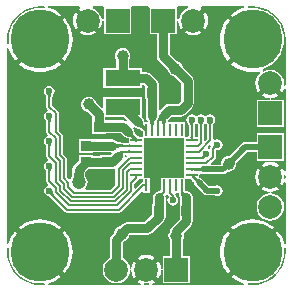
<source format=gtl>
G04 Layer_Physical_Order=1*
G04 Layer_Color=255*
%FSLAX44Y44*%
%MOMM*%
G71*
G01*
G75*
%ADD10R,3.1500X3.1500*%
%ADD11R,0.2500X1.0000*%
%ADD12R,1.0000X0.2500*%
%ADD13R,3.0000X1.4000*%
%ADD14R,0.8500X0.8500*%
%ADD15C,1.0000*%
%ADD16R,0.8500X0.8500*%
%ADD17C,0.7500*%
%ADD18C,0.2000*%
%ADD19C,0.5000*%
%ADD20C,0.2500*%
%ADD21R,2.0000X2.0000*%
%ADD22C,2.0000*%
%ADD23C,5.0000*%
%ADD24R,2.0000X2.0000*%
%ADD25C,0.6000*%
%ADD26C,1.2000*%
G36*
X106531Y113780D02*
X106510Y113822D01*
X106451Y113860D01*
X106350Y113892D01*
X106210Y113921D01*
X106031Y113945D01*
X105550Y113980D01*
X104530Y114000D01*
Y116000D01*
X104910Y116002D01*
X106210Y116079D01*
X106350Y116108D01*
X106451Y116140D01*
X106510Y116178D01*
X106531Y116220D01*
Y113780D01*
D02*
G37*
G36*
X179970Y118000D02*
X179667Y117993D01*
X179376Y117966D01*
X179095Y117918D01*
X178825Y117851D01*
X178566Y117763D01*
X178318Y117655D01*
X178081Y117526D01*
X177854Y117378D01*
X177639Y117209D01*
X177434Y117020D01*
X176020Y118434D01*
X176209Y118639D01*
X176378Y118854D01*
X176526Y119081D01*
X176655Y119318D01*
X176763Y119566D01*
X176851Y119825D01*
X176918Y120095D01*
X176966Y120376D01*
X176993Y120667D01*
X177000Y120970D01*
X179970Y118000D01*
D02*
G37*
G36*
X94033Y122339D02*
X94518Y122058D01*
X95107Y121810D01*
X95799Y121595D01*
X96594Y121413D01*
X97492Y121264D01*
X99597Y121066D01*
X100804Y121017D01*
X102114Y121000D01*
Y119000D01*
X100804Y118983D01*
X97492Y118735D01*
X96594Y118587D01*
X95799Y118405D01*
X95107Y118190D01*
X94518Y117942D01*
X94033Y117661D01*
X93650Y117347D01*
Y122653D01*
X94033Y122339D01*
D02*
G37*
G36*
X170168Y110118D02*
X170065Y110135D01*
X169952Y110130D01*
X169829Y110103D01*
X169697Y110054D01*
X169556Y109983D01*
X169405Y109889D01*
X169245Y109773D01*
X169075Y109635D01*
X168707Y109293D01*
X167293Y110707D01*
X167475Y110896D01*
X167773Y111245D01*
X167889Y111405D01*
X167983Y111556D01*
X168054Y111697D01*
X168103Y111829D01*
X168130Y111952D01*
X168135Y112065D01*
X168118Y112168D01*
X170168Y110118D01*
D02*
G37*
G36*
X103502Y111151D02*
X102646Y110294D01*
X101454Y110898D01*
X101531Y111397D01*
X101707Y112295D01*
X101740Y112421D01*
X102976D01*
X103502Y111151D01*
D02*
G37*
G36*
X100707Y114293D02*
X100600Y114158D01*
X100495Y113968D01*
X100392Y113724D01*
X100290Y113425D01*
X100091Y112663D01*
X99900Y111683D01*
X99714Y110484D01*
X95484Y114714D01*
X96110Y114806D01*
X98425Y115290D01*
X98724Y115392D01*
X98968Y115495D01*
X99158Y115600D01*
X99293Y115707D01*
X100707Y114293D01*
D02*
G37*
G36*
X108309Y131736D02*
X108453Y131220D01*
X108673Y130670D01*
X108972Y130086D01*
X109347Y129470D01*
X109800Y128819D01*
X110937Y127418D01*
X111034Y127312D01*
X111354Y127070D01*
X111709Y126836D01*
X112064Y126639D01*
X112416Y126477D01*
X112768Y126351D01*
X113119Y126261D01*
X113468Y126207D01*
X113816Y126189D01*
X112087D01*
X112384Y125884D01*
X110616Y124116D01*
X109832Y124878D01*
X108284Y126189D01*
X106745D01*
X107069Y126207D01*
X107320Y126261D01*
X107500Y126351D01*
X107608Y126477D01*
X107644Y126639D01*
X107626Y126739D01*
X107030Y127153D01*
X106414Y127528D01*
X105830Y127826D01*
X105280Y128047D01*
X104764Y128190D01*
X104281Y128256D01*
X108244Y132219D01*
X108309Y131736D01*
D02*
G37*
G36*
X170500Y138637D02*
X170871Y138537D01*
X170982Y138403D01*
X171074Y138274D01*
X171149Y138149D01*
X171209Y138027D01*
X171257Y137905D01*
X171294Y137781D01*
X171320Y137653D01*
X171337Y137517D01*
X171345Y137306D01*
X171420Y137143D01*
Y125826D01*
X170003Y124409D01*
X168830Y124895D01*
Y137143D01*
X168905Y137306D01*
X168913Y137517D01*
X168930Y137653D01*
X168956Y137781D01*
X168993Y137905D01*
X169041Y138027D01*
X169101Y138149D01*
X169176Y138274D01*
X169268Y138403D01*
X169379Y138537D01*
X169750Y138637D01*
X170500Y138637D01*
D02*
G37*
G36*
X159510Y127834D02*
X159540Y127488D01*
X159590Y127184D01*
X159660Y126920D01*
X159750Y126697D01*
X159860Y126514D01*
X159990Y126372D01*
X160140Y126270D01*
X160310Y126209D01*
X160500Y126189D01*
X156500D01*
X156690Y126209D01*
X156860Y126270D01*
X157010Y126372D01*
X157140Y126514D01*
X157250Y126697D01*
X157340Y126920D01*
X157410Y127184D01*
X157460Y127488D01*
X157490Y127834D01*
X157500Y128219D01*
X159500D01*
X159510Y127834D01*
D02*
G37*
G36*
X174889Y120203D02*
X174953Y119721D01*
X174947Y119713D01*
X174804Y119558D01*
X174742Y119390D01*
X174706Y119354D01*
X174147Y118517D01*
X174112Y118341D01*
X172901Y117626D01*
X172360Y117796D01*
X172007Y119117D01*
X173458Y120568D01*
X174180Y120602D01*
X174889Y120203D01*
D02*
G37*
G36*
X106531Y118780D02*
X106510Y118822D01*
X106451Y118860D01*
X106350Y118892D01*
X106210Y118921D01*
X106031Y118945D01*
X105550Y118980D01*
X104530Y119000D01*
Y121000D01*
X104910Y121002D01*
X106210Y121079D01*
X106350Y121108D01*
X106451Y121140D01*
X106510Y121178D01*
X106531Y121220D01*
Y118780D01*
D02*
G37*
G36*
X39891Y121639D02*
X39704Y121413D01*
X39539Y121181D01*
X39396Y120942D01*
X39275Y120697D01*
X39176Y120445D01*
X39099Y120187D01*
X39044Y119922D01*
X39011Y119650D01*
X39000Y119372D01*
X37000D01*
X36989Y119650D01*
X36956Y119922D01*
X36901Y120187D01*
X36824Y120445D01*
X36725Y120697D01*
X36604Y120942D01*
X36461Y121181D01*
X36296Y121413D01*
X36109Y121639D01*
X35900Y121858D01*
X40100D01*
X39891Y121639D01*
D02*
G37*
G36*
X150842Y80850D02*
X151032Y80745D01*
X151276Y80642D01*
X151575Y80540D01*
X152337Y80342D01*
X153317Y80149D01*
X154516Y79964D01*
X150286Y75733D01*
X150194Y76361D01*
X149710Y78675D01*
X149608Y78974D01*
X149505Y79218D01*
X149400Y79408D01*
X149293Y79543D01*
X150707Y80957D01*
X150842Y80850D01*
D02*
G37*
G36*
X40857Y81003D02*
X40829Y80732D01*
X40828Y80469D01*
X40856Y80214D01*
X40911Y79966D01*
X40994Y79725D01*
X41104Y79492D01*
X41242Y79266D01*
X41408Y79047D01*
X41602Y78836D01*
X39830Y77779D01*
X39635Y77962D01*
X39428Y78134D01*
X39209Y78293D01*
X38978Y78440D01*
X38735Y78576D01*
X38479Y78699D01*
X38212Y78811D01*
X37933Y78910D01*
X37339Y79074D01*
X40912Y81280D01*
X40857Y81003D01*
D02*
G37*
G36*
X81220Y100220D02*
X92780D01*
X92780Y100220D01*
X93950Y99980D01*
Y86599D01*
X89931Y82579D01*
X68644D01*
X68289Y83849D01*
X69331Y85207D01*
X70089Y87039D01*
X70348Y89004D01*
X70089Y90970D01*
X69331Y92802D01*
X68394Y94022D01*
X68394Y94051D01*
X68359Y94135D01*
X68338Y94211D01*
X68311Y94349D01*
X68163Y96666D01*
X68159Y97299D01*
X68137Y97353D01*
Y97525D01*
X70833Y100221D01*
X74779D01*
Y100617D01*
X81220D01*
Y100220D01*
D02*
G37*
G36*
X3677Y33679D02*
X3388Y30000D01*
X3716Y25837D01*
X4690Y21776D01*
X6288Y17918D01*
X8470Y14358D01*
X11182Y11182D01*
X14358Y8470D01*
X17918Y6288D01*
X21776Y4690D01*
X25837Y3716D01*
X30000Y3388D01*
X33679Y3677D01*
X34245Y2768D01*
X33842Y2070D01*
X30000D01*
Y2071D01*
X25631Y2415D01*
X21369Y3438D01*
X17320Y5115D01*
X13584Y7405D01*
X10251Y10251D01*
X7405Y13584D01*
X5115Y17320D01*
X3438Y21369D01*
X2415Y25631D01*
X2071Y30000D01*
X2070D01*
Y33842D01*
X2768Y34245D01*
X3677Y33679D01*
D02*
G37*
G36*
X120000Y3370D02*
X121817Y3610D01*
X122032Y3502D01*
X122078Y3258D01*
X121094Y2070D01*
X118906D01*
X117922Y3258D01*
X117968Y3502D01*
X118183Y3610D01*
X120000Y3370D01*
D02*
G37*
G36*
X237930Y33842D02*
Y30000D01*
X237929D01*
X237585Y25631D01*
X236562Y21369D01*
X234885Y17320D01*
X232595Y13584D01*
X229749Y10251D01*
X226416Y7405D01*
X222680Y5115D01*
X218631Y3438D01*
X214369Y2415D01*
X210000Y2071D01*
Y2070D01*
X206158D01*
X205755Y2768D01*
X206321Y3677D01*
X210000Y3388D01*
X214163Y3716D01*
X218224Y4690D01*
X222082Y6288D01*
X225642Y8470D01*
X228818Y11182D01*
X231530Y14358D01*
X233711Y17918D01*
X235310Y21776D01*
X236284Y25837D01*
X236612Y30000D01*
X236322Y33679D01*
X237232Y34245D01*
X237930Y33842D01*
D02*
G37*
G36*
X66508Y96608D02*
X66665Y94141D01*
X66724Y93834D01*
X66791Y93590D01*
X66868Y93409D01*
X66953Y93289D01*
X58553D01*
X58639Y93409D01*
X58715Y93590D01*
X58783Y93834D01*
X58841Y94141D01*
X58891Y94509D01*
X58963Y95434D01*
X59003Y97288D01*
X66503D01*
X66508Y96608D01*
D02*
G37*
G36*
X166233Y98231D02*
X166040Y98377D01*
X165766Y98508D01*
X165413Y98623D01*
X164980Y98723D01*
X164467Y98808D01*
X163203Y98931D01*
X161620Y98992D01*
X160709Y99000D01*
Y101000D01*
X161620Y101008D01*
X164467Y101192D01*
X164980Y101277D01*
X165413Y101377D01*
X165766Y101492D01*
X166040Y101623D01*
X166233Y101769D01*
Y98231D01*
D02*
G37*
G36*
X39891Y100639D02*
X39704Y100413D01*
X39539Y100181D01*
X39396Y99942D01*
X39275Y99697D01*
X39176Y99445D01*
X39099Y99187D01*
X39044Y98921D01*
X39011Y98650D01*
X39000Y98372D01*
X37000D01*
X36989Y98650D01*
X36956Y98921D01*
X36901Y99187D01*
X36824Y99445D01*
X36725Y99697D01*
X36604Y99942D01*
X36461Y100181D01*
X36296Y100413D01*
X36109Y100639D01*
X35900Y100858D01*
X40100D01*
X39891Y100639D01*
D02*
G37*
G36*
X116859Y91859D02*
X117220Y91709D01*
Y89024D01*
X116513Y88883D01*
X115676Y88324D01*
X115676Y88324D01*
X111063Y83711D01*
X109889Y84197D01*
Y87241D01*
X113324Y90676D01*
X113883Y91513D01*
X114024Y92220D01*
X116709D01*
X116859Y91859D01*
D02*
G37*
G36*
X160701Y94224D02*
X162845Y92341D01*
X163267Y92038D01*
X163644Y91803D01*
X163975Y91635D01*
X164261Y91534D01*
X164501Y91500D01*
X162000Y88998D01*
X161966Y89239D01*
X161865Y89525D01*
X161697Y89856D01*
X161462Y90233D01*
X161159Y90655D01*
X160352Y91636D01*
X159276Y92799D01*
X158637Y93449D01*
X160051Y94863D01*
X160701Y94224D01*
D02*
G37*
G36*
X237930Y94694D02*
Y92506D01*
X236742Y91522D01*
X236499Y91568D01*
X236390Y91783D01*
X236630Y93600D01*
X236390Y95417D01*
X236499Y95632D01*
X236742Y95678D01*
X237930Y94694D01*
D02*
G37*
G36*
X103541Y141846D02*
X102732Y140859D01*
X102560Y140974D01*
X100500Y141383D01*
X85530D01*
Y141780D01*
X85103D01*
Y144470D01*
X100917D01*
X103541Y141846D01*
D02*
G37*
G36*
X39891Y163639D02*
X39704Y163413D01*
X39539Y163181D01*
X39396Y162942D01*
X39275Y162697D01*
X39176Y162445D01*
X39099Y162187D01*
X39044Y161922D01*
X39011Y161650D01*
X39000Y161372D01*
X37000D01*
X36989Y161650D01*
X36956Y161922D01*
X36901Y162187D01*
X36824Y162445D01*
X36725Y162697D01*
X36604Y162942D01*
X36461Y163181D01*
X36296Y163413D01*
X36109Y163639D01*
X35900Y163858D01*
X40100D01*
X39891Y163639D01*
D02*
G37*
G36*
X175891Y139639D02*
X175704Y139413D01*
X175539Y139181D01*
X175396Y138942D01*
X175275Y138697D01*
X175176Y138445D01*
X175099Y138187D01*
X175044Y137921D01*
X175011Y137650D01*
X175000Y137372D01*
X173000D01*
X172989Y137650D01*
X172956Y137921D01*
X172901Y138187D01*
X172824Y138445D01*
X172725Y138697D01*
X172604Y138942D01*
X172461Y139181D01*
X172296Y139413D01*
X172109Y139639D01*
X171900Y139858D01*
X176100D01*
X175891Y139639D01*
D02*
G37*
G36*
X39891Y142639D02*
X39704Y142413D01*
X39539Y142181D01*
X39396Y141942D01*
X39275Y141697D01*
X39176Y141445D01*
X39099Y141187D01*
X39044Y140921D01*
X39011Y140650D01*
X39000Y140372D01*
X37000D01*
X36989Y140650D01*
X36956Y140921D01*
X36901Y141187D01*
X36824Y141445D01*
X36725Y141697D01*
X36604Y141942D01*
X36461Y142181D01*
X36296Y142413D01*
X36109Y142639D01*
X35900Y142858D01*
X40100D01*
X39891Y142639D01*
D02*
G37*
G36*
X155307Y236660D02*
X153885Y236071D01*
X151477Y234223D01*
X149629Y231815D01*
X148467Y229010D01*
X148359Y228195D01*
X148108Y227857D01*
X146992Y227286D01*
X146757Y227271D01*
X145830Y228139D01*
Y237530D01*
X146934Y237930D01*
X155054D01*
X155307Y236660D01*
D02*
G37*
G36*
X203076Y236660D02*
X201463Y236273D01*
X197458Y234614D01*
X193762Y232349D01*
X191992Y230837D01*
X211414Y211414D01*
X210000Y210000D01*
X211414Y208586D01*
X191992Y189163D01*
X193762Y187651D01*
X197458Y185386D01*
X201463Y183727D01*
X205679Y182715D01*
X210000Y182375D01*
X214321Y182715D01*
X215842Y183080D01*
X216401Y181908D01*
X216056Y181644D01*
X214046Y179024D01*
X212783Y175974D01*
X212352Y172700D01*
X212783Y169426D01*
X214046Y166376D01*
X214828Y165357D01*
X223586Y174114D01*
X225000Y172700D01*
X226414Y174114D01*
X235172Y165357D01*
X235954Y166376D01*
X236660Y168082D01*
X237930Y167829D01*
Y98471D01*
X236660Y98218D01*
X235954Y99924D01*
X235172Y100943D01*
X227828Y93600D01*
X235172Y86257D01*
X235954Y87276D01*
X236660Y88982D01*
X237930Y88729D01*
Y37074D01*
X236660Y36924D01*
X236273Y38537D01*
X234614Y42541D01*
X232349Y46238D01*
X230837Y48008D01*
X211414Y28586D01*
X191992Y9163D01*
X193762Y7651D01*
X197458Y5386D01*
X201463Y3727D01*
X203076Y3340D01*
X202925Y2070D01*
X124871D01*
X124618Y3340D01*
X126324Y4046D01*
X127343Y4828D01*
X120000Y12172D01*
X112657Y4828D01*
X113676Y4046D01*
X115382Y3340D01*
X115129Y2070D01*
X37074D01*
X36924Y3340D01*
X38537Y3727D01*
X42541Y5386D01*
X46238Y7651D01*
X48008Y9163D01*
X28586Y28586D01*
X9163Y48008D01*
X7651Y46238D01*
X5386Y42541D01*
X3727Y38537D01*
X3340Y36924D01*
X2070Y37074D01*
Y202925D01*
X3340Y203076D01*
X3727Y201463D01*
X5386Y197458D01*
X7651Y193762D01*
X9163Y191992D01*
X28586Y211414D01*
X48008Y230837D01*
X46238Y232349D01*
X42541Y234614D01*
X38537Y236273D01*
X36924Y236660D01*
X37075Y237930D01*
X63162D01*
X63593Y236660D01*
X62957Y236172D01*
X71714Y227414D01*
X80472Y218657D01*
X81254Y219676D01*
X82517Y222726D01*
X82900Y225634D01*
X84170Y225551D01*
Y214470D01*
X107230D01*
Y236660D01*
X107230Y237530D01*
X108334Y237930D01*
X121666Y237930D01*
X122770Y236660D01*
Y214470D01*
X128917D01*
Y195700D01*
X129326Y193640D01*
X130493Y191893D01*
X138219Y184167D01*
X138288Y183645D01*
X138946Y182057D01*
X139993Y180693D01*
X141357Y179646D01*
X142945Y178988D01*
X143467Y178919D01*
X149617Y172770D01*
Y158230D01*
X146770Y155383D01*
X138950D01*
X136890Y154974D01*
X135143Y153807D01*
X131653Y150317D01*
X130383Y150843D01*
Y159220D01*
X130780D01*
Y170780D01*
X130383D01*
Y172000D01*
X129974Y174060D01*
X128807Y175807D01*
X123807Y180807D01*
X122060Y181974D01*
X120000Y182383D01*
X116530D01*
Y185530D01*
X105383D01*
Y192289D01*
X105704Y192707D01*
X106362Y194295D01*
X106586Y196000D01*
X106362Y197705D01*
X105704Y199293D01*
X104657Y200657D01*
X103293Y201704D01*
X101705Y202362D01*
X100000Y202586D01*
X98295Y202362D01*
X96707Y201704D01*
X95343Y200657D01*
X94296Y199293D01*
X93638Y197705D01*
X93414Y196000D01*
X93638Y194295D01*
X94296Y192707D01*
X94617Y192289D01*
Y185530D01*
X83470D01*
Y168470D01*
X116530D01*
Y171544D01*
X117800Y171587D01*
X119220Y170167D01*
Y159220D01*
X119617D01*
Y145000D01*
X120026Y142940D01*
X121020Y141453D01*
X121067Y141299D01*
X120784Y140416D01*
X120557Y140148D01*
X120378Y140030D01*
X118447D01*
X118446Y140037D01*
X118378Y140537D01*
X118224Y140801D01*
X117974Y142060D01*
X117064Y143421D01*
X116530Y144470D01*
Y161530D01*
X83470D01*
Y152303D01*
X82297Y151817D01*
X77931Y156183D01*
X77862Y156705D01*
X77204Y158293D01*
X76157Y159657D01*
X74793Y160704D01*
X73205Y161362D01*
X71500Y161586D01*
X69795Y161362D01*
X68207Y160704D01*
X66843Y159657D01*
X65796Y158293D01*
X65138Y156705D01*
X64914Y155000D01*
X65138Y153295D01*
X65796Y151707D01*
X66843Y150343D01*
X68207Y149296D01*
X69795Y148638D01*
X70317Y148569D01*
X74337Y144550D01*
Y141780D01*
X73970D01*
Y130220D01*
X85530D01*
Y130617D01*
X98270D01*
X100693Y128193D01*
X102440Y127026D01*
X103825Y126751D01*
X104057Y126616D01*
X104429Y126565D01*
X104749Y126476D01*
X104970Y126387D01*
Y122665D01*
X104857Y122658D01*
X104521Y122656D01*
X104339Y122579D01*
X102313D01*
X102135Y122656D01*
X100848Y122672D01*
X99708Y122719D01*
X97705Y122908D01*
X96914Y123039D01*
X96230Y123195D01*
X95675Y123368D01*
X95257Y123544D01*
X94979Y123705D01*
X94701Y123933D01*
X94548Y123980D01*
X93059Y124974D01*
X90999Y125384D01*
X74779D01*
Y125781D01*
X63219D01*
Y114221D01*
X74779D01*
Y114617D01*
X90208D01*
X90734Y113347D01*
X89167Y111780D01*
X81220D01*
Y111384D01*
X74779D01*
Y111781D01*
X63219D01*
Y107834D01*
X58946Y103561D01*
X57779Y101815D01*
X57370Y99755D01*
Y97375D01*
X57347Y97324D01*
X57308Y95517D01*
X57243Y94684D01*
X57206Y94406D01*
X57168Y94211D01*
X57147Y94135D01*
X57112Y94051D01*
X57112Y94022D01*
X56176Y92802D01*
X55924Y92194D01*
X54678Y91946D01*
X53169Y93455D01*
Y108394D01*
X53169Y108394D01*
X52973Y109382D01*
X52414Y110218D01*
X52414Y110218D01*
X49640Y112993D01*
Y127940D01*
X49640Y127940D01*
X49443Y128927D01*
X48884Y129764D01*
X48884Y129764D01*
X46109Y132538D01*
Y147470D01*
X46110Y147470D01*
X45913Y148457D01*
X45354Y149294D01*
X40580Y154068D01*
Y161143D01*
X40655Y161306D01*
X40663Y161517D01*
X40679Y161653D01*
X40706Y161781D01*
X40743Y161905D01*
X40791Y162027D01*
X40851Y162149D01*
X40926Y162274D01*
X41018Y162403D01*
X41129Y162537D01*
X41298Y162714D01*
X41360Y162875D01*
X42267Y164233D01*
X42619Y166000D01*
X42267Y167768D01*
X41266Y169266D01*
X39767Y170267D01*
X38000Y170619D01*
X36233Y170267D01*
X34734Y169266D01*
X33733Y167768D01*
X33381Y166000D01*
X33733Y164233D01*
X34640Y162875D01*
X34702Y162714D01*
X34871Y162537D01*
X34982Y162403D01*
X35074Y162274D01*
X35149Y162149D01*
X35209Y162027D01*
X35257Y161905D01*
X35294Y161781D01*
X35320Y161653D01*
X35337Y161517D01*
X35345Y161306D01*
X35420Y161143D01*
Y153000D01*
X35420Y153000D01*
X35617Y152013D01*
X36176Y151176D01*
X36825Y150527D01*
X36456Y149312D01*
X36233Y149267D01*
X34734Y148266D01*
X33733Y146768D01*
X33381Y145000D01*
X33733Y143232D01*
X34640Y141875D01*
X34702Y141714D01*
X34871Y141537D01*
X34982Y141403D01*
X35074Y141274D01*
X35149Y141149D01*
X35209Y141027D01*
X35257Y140905D01*
X35294Y140781D01*
X35320Y140653D01*
X35337Y140517D01*
X35345Y140306D01*
X35420Y140143D01*
Y131821D01*
X35420Y131821D01*
X35617Y130833D01*
X36176Y129997D01*
X36675Y129497D01*
X36350Y128425D01*
X36159Y128218D01*
X34734Y127266D01*
X33733Y125767D01*
X33381Y124000D01*
X33733Y122233D01*
X34640Y120875D01*
X34702Y120714D01*
X34871Y120537D01*
X34982Y120403D01*
X35074Y120274D01*
X35149Y120149D01*
X35209Y120027D01*
X35257Y119905D01*
X35294Y119781D01*
X35320Y119653D01*
X35337Y119517D01*
X35345Y119306D01*
X35420Y119143D01*
Y111000D01*
X35420Y111000D01*
X35617Y110013D01*
X36176Y109176D01*
X36825Y108527D01*
X36456Y107312D01*
X36233Y107267D01*
X34734Y106266D01*
X33733Y104768D01*
X33381Y103000D01*
X33733Y101233D01*
X34640Y99875D01*
X34702Y99714D01*
X34871Y99537D01*
X34982Y99403D01*
X35074Y99274D01*
X35149Y99149D01*
X35209Y99027D01*
X35257Y98905D01*
X35294Y98781D01*
X35320Y98653D01*
X35337Y98517D01*
X35345Y98306D01*
X35420Y98143D01*
Y90000D01*
X35420Y90000D01*
X35617Y89013D01*
X36176Y88176D01*
X36825Y87527D01*
X36456Y86312D01*
X36233Y86267D01*
X34734Y85266D01*
X33733Y83767D01*
X33381Y82000D01*
X33733Y80232D01*
X34734Y78734D01*
X36233Y77733D01*
X36687Y77642D01*
X36899Y77477D01*
X37434Y77330D01*
X37614Y77266D01*
X37799Y77188D01*
X37970Y77106D01*
X38129Y77017D01*
X38276Y76923D01*
X38413Y76824D01*
X38540Y76719D01*
X38697Y76572D01*
X38869Y76507D01*
X51319Y64056D01*
X52156Y63497D01*
X53144Y63300D01*
X53144Y63300D01*
X96880D01*
X96880Y63300D01*
X97867Y63497D01*
X98704Y64056D01*
X116047Y81399D01*
X117220Y80913D01*
Y79970D01*
X122780D01*
Y93030D01*
X118030D01*
Y97220D01*
Y107220D01*
Y117220D01*
Y126970D01*
X151845D01*
X151970Y126970D01*
X151970Y126845D01*
Y122220D01*
Y112220D01*
Y102220D01*
Y93154D01*
X151970Y93030D01*
X151845Y93030D01*
X132220D01*
Y82476D01*
X131178Y81568D01*
X131000Y81603D01*
X128940Y81194D01*
X127193Y80027D01*
X126026Y78280D01*
X125617Y76220D01*
Y70780D01*
X125220D01*
Y61833D01*
X118770Y55383D01*
X104000D01*
X101940Y54974D01*
X100193Y53807D01*
X98117Y51731D01*
X97595Y51662D01*
X96007Y51004D01*
X94643Y49957D01*
X93596Y48593D01*
X92938Y47005D01*
X92869Y46483D01*
X90793Y44407D01*
X89626Y42660D01*
X89217Y40600D01*
Y25250D01*
X88785Y25071D01*
X86377Y23223D01*
X84529Y20815D01*
X83367Y18010D01*
X82971Y15000D01*
X83367Y11990D01*
X84529Y9185D01*
X86377Y6777D01*
X88785Y4929D01*
X91590Y3767D01*
X94600Y3370D01*
X97610Y3767D01*
X100415Y4929D01*
X102823Y6777D01*
X104671Y9185D01*
X105833Y11990D01*
X106150Y14397D01*
X107431D01*
X107783Y11726D01*
X109046Y8676D01*
X109828Y7657D01*
X117172Y15000D01*
X109828Y22343D01*
X109046Y21324D01*
X107783Y18274D01*
X107431Y15603D01*
X106150D01*
X105833Y18010D01*
X104671Y20815D01*
X102823Y23223D01*
X100415Y25071D01*
X99983Y25250D01*
Y38370D01*
X100483Y38869D01*
X101005Y38938D01*
X102593Y39596D01*
X103957Y40643D01*
X105004Y42007D01*
X105662Y43595D01*
X105731Y44117D01*
X106230Y44617D01*
X121000D01*
X123060Y45026D01*
X124807Y46193D01*
X134807Y56193D01*
X135974Y57940D01*
X136228Y59220D01*
X136780D01*
Y70780D01*
X136383D01*
Y76220D01*
X136071Y77789D01*
X136363Y78325D01*
X136654Y78605D01*
X137970Y78485D01*
X138176Y78176D01*
X139243Y77109D01*
X139234Y77016D01*
X138233Y75518D01*
X137881Y73750D01*
X138233Y71982D01*
X139234Y70484D01*
X140732Y69483D01*
X142500Y69131D01*
X144268Y69483D01*
X145766Y70484D01*
X146767Y71982D01*
X147119Y73750D01*
X146767Y75518D01*
X145766Y77016D01*
X145079Y77474D01*
Y77500D01*
X144883Y78487D01*
X144741Y78700D01*
X145420Y79970D01*
X147476D01*
X147617Y79263D01*
X147904Y78833D01*
X147940Y78708D01*
X147951Y78605D01*
X147987Y78541D01*
X147994Y78515D01*
X148015Y78488D01*
X148060Y78383D01*
X148110Y78237D01*
X148563Y76071D01*
X148617Y75702D01*
Y70780D01*
X148220D01*
Y59220D01*
X148220D01*
X148337Y57950D01*
X141593Y51207D01*
X140426Y49460D01*
X140100Y47820D01*
X139696Y47293D01*
X139038Y45705D01*
X138814Y44000D01*
X139038Y42295D01*
X139696Y40707D01*
X140017Y40289D01*
Y26530D01*
X133870D01*
Y15449D01*
X132600Y15366D01*
X132217Y18274D01*
X130954Y21324D01*
X130172Y22343D01*
X122829Y15000D01*
X130172Y7657D01*
X130954Y8676D01*
X132217Y11726D01*
X132600Y14634D01*
X133870Y14551D01*
Y3470D01*
X156930D01*
Y26530D01*
X150784D01*
Y40289D01*
X151104Y40707D01*
X151762Y42295D01*
X151986Y44000D01*
X151762Y45705D01*
X151632Y46019D01*
X157807Y52193D01*
X158974Y53940D01*
X159383Y56000D01*
Y59220D01*
X159780D01*
Y70780D01*
X159383D01*
Y76250D01*
X158974Y78310D01*
X157807Y80057D01*
X156060Y81224D01*
X155064Y81422D01*
X154769Y81601D01*
X153603Y81781D01*
X152780Y81942D01*
Y92095D01*
X152780Y92220D01*
X152905Y92220D01*
X157523D01*
X158077Y91656D01*
X159104Y90547D01*
X159845Y89646D01*
X160085Y89311D01*
X160254Y89041D01*
X160340Y88871D01*
X160349Y88844D01*
X160360Y88768D01*
X160400Y88700D01*
X160405Y88687D01*
X160413Y88678D01*
X160476Y88570D01*
X160704Y87428D01*
X161595Y86095D01*
X168594Y79095D01*
X169928Y78204D01*
X171500Y77891D01*
X177996D01*
X178232Y77733D01*
X180000Y77381D01*
X181768Y77733D01*
X183266Y78734D01*
X184267Y80232D01*
X184619Y82000D01*
X184267Y83767D01*
X183266Y85266D01*
X181768Y86267D01*
X180000Y86619D01*
X178232Y86267D01*
X177996Y86109D01*
X173202D01*
X167405Y91905D01*
X166072Y92796D01*
X165030Y93004D01*
Y95610D01*
X166300Y96289D01*
X166428Y96204D01*
X168000Y95891D01*
X185000D01*
X186572Y96204D01*
X187905Y97094D01*
X189065Y98254D01*
X189750Y98164D01*
X191455Y98388D01*
X193043Y99046D01*
X194407Y100093D01*
X195454Y101457D01*
X196112Y103045D01*
X196336Y104750D01*
X196246Y105435D01*
X205702Y114891D01*
X213470D01*
Y107470D01*
X224551D01*
X224634Y106200D01*
X221726Y105817D01*
X218676Y104554D01*
X217657Y103772D01*
X225000Y96428D01*
X232343Y103772D01*
X231324Y104554D01*
X228274Y105817D01*
X225366Y106200D01*
X225449Y107470D01*
X236530D01*
Y130530D01*
X213470D01*
Y123109D01*
X204000D01*
X202428Y122796D01*
X201094Y121905D01*
X190435Y111246D01*
X189750Y111336D01*
X188045Y111112D01*
X186457Y110454D01*
X185093Y109407D01*
X184046Y108043D01*
X183388Y106455D01*
X183164Y104750D01*
X182601Y104109D01*
X175237D01*
X174751Y105282D01*
X178354Y108885D01*
X178354Y108885D01*
X178913Y109722D01*
X179109Y110709D01*
X179109Y110710D01*
Y116193D01*
X179164Y116217D01*
X179293Y116261D01*
X179435Y116296D01*
X179591Y116323D01*
X179764Y116339D01*
X180009Y116345D01*
X180167Y116414D01*
X181768Y116733D01*
X183266Y117734D01*
X184267Y119233D01*
X184619Y121000D01*
X184267Y122767D01*
X183266Y124266D01*
X181768Y125267D01*
X180000Y125619D01*
X178232Y125267D01*
X177850Y125011D01*
X176580Y125690D01*
Y137143D01*
X176655Y137306D01*
X176663Y137517D01*
X176680Y137653D01*
X176706Y137781D01*
X176743Y137905D01*
X176791Y138027D01*
X176851Y138149D01*
X176926Y138274D01*
X177018Y138403D01*
X177129Y138537D01*
X177298Y138714D01*
X177360Y138875D01*
X178267Y140232D01*
X178619Y142000D01*
X178267Y143767D01*
X177266Y145266D01*
X175767Y146267D01*
X174000Y146619D01*
X172232Y146267D01*
X170734Y145266D01*
X169516D01*
X168018Y146267D01*
X166250Y146619D01*
X164482Y146267D01*
X162984Y145266D01*
X161766D01*
X160268Y146267D01*
X158500Y146619D01*
X156733Y146267D01*
X155234Y145266D01*
X154233Y143767D01*
X153881Y142000D01*
X154233Y140232D01*
X155140Y138875D01*
X155202Y138714D01*
X155371Y138537D01*
X155482Y138403D01*
X155574Y138274D01*
X155649Y138149D01*
X155709Y138027D01*
X155757Y137905D01*
X155794Y137781D01*
X155820Y137653D01*
X155837Y137517D01*
X155845Y137306D01*
X155920Y137143D01*
Y129010D01*
X154921Y127780D01*
X152905D01*
X152780Y127780D01*
X152780Y127905D01*
Y140030D01*
X139317D01*
X138896Y140327D01*
X138344Y141300D01*
X138368Y141375D01*
X138544Y141793D01*
X138705Y142071D01*
X138933Y142349D01*
X138942Y142379D01*
X141180Y144617D01*
X149000D01*
X151060Y145026D01*
X152807Y146193D01*
X158807Y152193D01*
X159974Y153940D01*
X160383Y156000D01*
Y175000D01*
X159974Y177060D01*
X158807Y178807D01*
X151081Y186533D01*
X151012Y187055D01*
X150354Y188643D01*
X149307Y190007D01*
X147943Y191054D01*
X146355Y191712D01*
X145833Y191781D01*
X139684Y197930D01*
Y214470D01*
X145830D01*
Y225550D01*
X147100Y225633D01*
X147483Y222726D01*
X148746Y219676D01*
X149528Y218657D01*
X158286Y227414D01*
X167043Y236172D01*
X166407Y236660D01*
X166838Y237930D01*
X202925D01*
X203076Y236660D01*
D02*
G37*
G36*
X210000Y237929D02*
X214369Y237585D01*
X218631Y236562D01*
X222680Y234885D01*
X226416Y232595D01*
X229749Y229749D01*
X232595Y226416D01*
X234885Y222680D01*
X236562Y218631D01*
X237585Y214369D01*
X237929Y210000D01*
X237930D01*
Y171606D01*
X236742Y170622D01*
X236499Y170668D01*
X236390Y170883D01*
X236630Y172700D01*
X236233Y175710D01*
X235071Y178515D01*
X233223Y180923D01*
X230815Y182771D01*
X228010Y183933D01*
X225000Y184329D01*
X221990Y183933D01*
X219185Y182771D01*
X218451Y183577D01*
X219044Y185030D01*
X222082Y186289D01*
X225642Y188470D01*
X228818Y191182D01*
X231530Y194358D01*
X233711Y197918D01*
X235310Y201776D01*
X236284Y205837D01*
X236612Y210000D01*
X236284Y214163D01*
X235310Y218224D01*
X233711Y222082D01*
X231530Y225642D01*
X228818Y228818D01*
X225642Y231530D01*
X222082Y233711D01*
X218224Y235310D01*
X214163Y236284D01*
X210000Y236612D01*
X206321Y236322D01*
X205755Y237232D01*
X206158Y237930D01*
X210000D01*
Y237929D01*
D02*
G37*
G36*
X84170Y236660D02*
Y228139D01*
X83243Y227271D01*
X83008Y227286D01*
X81892Y227857D01*
X81641Y228195D01*
X81533Y229010D01*
X80371Y231815D01*
X78523Y234223D01*
X76115Y236071D01*
X74693Y236660D01*
X74946Y237930D01*
X83066D01*
X84170Y236660D01*
D02*
G37*
G36*
X116815Y139735D02*
X116953Y139149D01*
X117151Y138556D01*
X117409Y137955D01*
X117726Y137348D01*
X118103Y136734D01*
X118380Y136338D01*
X118450Y136326D01*
X118580Y136355D01*
X118681Y136441D01*
X118753Y136586D01*
X118797Y136788D01*
X118811Y137048D01*
Y135768D01*
X119036Y135484D01*
X120207Y134207D01*
X118811Y132811D01*
Y131391D01*
X118797Y131668D01*
X118753Y131947D01*
X118681Y132227D01*
X118580Y132508D01*
X118450Y132790D01*
X118291Y133074D01*
X118103Y133358D01*
X117918Y133603D01*
X116888Y134461D01*
X116266Y134897D01*
X115652Y135274D01*
X115045Y135591D01*
X114444Y135849D01*
X113851Y136047D01*
X113265Y136185D01*
X112685Y136263D01*
X116737Y140315D01*
X116815Y139735D01*
D02*
G37*
G36*
X127339Y141967D02*
X127058Y141482D01*
X126810Y140893D01*
X126595Y140201D01*
X126413Y139406D01*
X126264Y138508D01*
X126066Y136403D01*
X126017Y135196D01*
X126000Y133886D01*
X124000D01*
X123983Y135196D01*
X123735Y138508D01*
X123587Y139406D01*
X123405Y140201D01*
X123190Y140893D01*
X122942Y141482D01*
X122661Y141967D01*
X122347Y142350D01*
X127653D01*
X127339Y141967D01*
D02*
G37*
G36*
X110940Y135026D02*
X112199Y134776D01*
X112463Y134622D01*
X112963Y134555D01*
X113398Y134452D01*
X113855Y134300D01*
X114334Y134094D01*
X114835Y133833D01*
X115356Y133513D01*
X115880Y133145D01*
X116712Y132452D01*
X116751Y132401D01*
X116876Y132211D01*
X116973Y132037D01*
X117046Y131880D01*
X117097Y131738D01*
X117129Y131612D01*
X117147Y131498D01*
X117157Y131305D01*
X117220Y131173D01*
Y128291D01*
X116859Y128141D01*
X116709Y127780D01*
X114034D01*
X113901Y127843D01*
X113638Y127857D01*
X113452Y127885D01*
X113254Y127936D01*
X113042Y128012D01*
X112814Y128117D01*
X112570Y128253D01*
X112309Y128424D01*
X112166Y128533D01*
X111124Y129816D01*
X110735Y130374D01*
X110418Y130895D01*
X110183Y131356D01*
X110024Y131751D01*
X109935Y132071D01*
X109884Y132443D01*
X109749Y132675D01*
X109474Y134060D01*
X108968Y134816D01*
X109884Y135732D01*
X110940Y135026D01*
D02*
G37*
G36*
X162750Y138637D02*
X163121Y138537D01*
X163232Y138403D01*
X163324Y138274D01*
X163399Y138149D01*
X163459Y138027D01*
X163507Y137905D01*
X163544Y137781D01*
X163570Y137653D01*
X163587Y137517D01*
X163595Y137306D01*
X163671Y137143D01*
Y127780D01*
X161177D01*
X161164Y127927D01*
X161155Y128262D01*
X161080Y128433D01*
Y137143D01*
X161155Y137306D01*
X161163Y137517D01*
X161180Y137653D01*
X161206Y137781D01*
X161243Y137905D01*
X161291Y138027D01*
X161351Y138149D01*
X161426Y138274D01*
X161518Y138403D01*
X161629Y138537D01*
X162000Y138637D01*
X162750Y138637D01*
D02*
G37*
G36*
X160391Y139639D02*
X160204Y139413D01*
X160039Y139181D01*
X159896Y138942D01*
X159775Y138697D01*
X159676Y138445D01*
X159599Y138187D01*
X159544Y137921D01*
X159511Y137650D01*
X159500Y137372D01*
X157500D01*
X157489Y137650D01*
X157456Y137921D01*
X157401Y138187D01*
X157324Y138445D01*
X157225Y138697D01*
X157104Y138942D01*
X156961Y139181D01*
X156796Y139413D01*
X156609Y139639D01*
X156400Y139858D01*
X160600D01*
X160391Y139639D01*
D02*
G37*
G36*
X168141D02*
X167954Y139413D01*
X167789Y139181D01*
X167646Y138942D01*
X167525Y138697D01*
X167426Y138445D01*
X167349Y138187D01*
X167294Y137921D01*
X167261Y137650D01*
X167250Y137372D01*
X165250D01*
X165239Y137650D01*
X165206Y137921D01*
X165151Y138187D01*
X165074Y138445D01*
X164975Y138697D01*
X164854Y138942D01*
X164711Y139181D01*
X164546Y139413D01*
X164359Y139639D01*
X164150Y139858D01*
X168350D01*
X168141Y139639D01*
D02*
G37*
G36*
X133760Y144084D02*
X135000Y146050D01*
X134408Y143436D01*
X134444Y143400D01*
X137653D01*
X137339Y143018D01*
X137058Y142532D01*
X136810Y141943D01*
X136595Y141251D01*
X136413Y140456D01*
X136264Y139558D01*
X136166Y138509D01*
X136178Y138490D01*
X136220Y138469D01*
X136162D01*
X136066Y137453D01*
X136017Y136246D01*
X136000Y134936D01*
X134000D01*
X133983Y136246D01*
X133817Y138469D01*
X133780D01*
X133816Y138486D01*
X133735Y139558D01*
X133587Y140456D01*
X133405Y141251D01*
X133229Y141818D01*
X133178Y141802D01*
X132680Y141614D01*
X132217Y141404D01*
X131788Y141172D01*
X131394Y140917D01*
X131033Y140641D01*
X130845Y140470D01*
X131000D01*
X131002Y140090D01*
X131079Y138790D01*
X131108Y138650D01*
X131140Y138549D01*
X131178Y138490D01*
X131220Y138469D01*
X128780D01*
X128822Y138490D01*
X128860Y138549D01*
X128892Y138650D01*
X128921Y138790D01*
X128945Y138969D01*
X128980Y139450D01*
X129000Y140470D01*
X130581D01*
X129293Y141757D01*
X129591Y142084D01*
X129867Y142444D01*
X130121Y142839D01*
X130353Y143268D01*
X130564Y143731D01*
X130752Y144228D01*
X130918Y144760D01*
X131062Y145325D01*
X131285Y146559D01*
X133760Y144084D01*
D02*
G37*
G36*
X34244Y237231D02*
X33680Y236322D01*
X30000Y236612D01*
X25837Y236284D01*
X21776Y235310D01*
X17918Y233711D01*
X14358Y231530D01*
X11182Y228818D01*
X8470Y225642D01*
X6288Y222082D01*
X4690Y218224D01*
X3716Y214163D01*
X3388Y210000D01*
X3677Y206321D01*
X2768Y205755D01*
X2070Y206158D01*
Y210000D01*
X2071D01*
X2415Y214369D01*
X3438Y218631D01*
X5115Y222680D01*
X7405Y226416D01*
X10251Y229749D01*
X13584Y232595D01*
X17320Y234885D01*
X21369Y236562D01*
X25631Y237585D01*
X30000Y237929D01*
Y237930D01*
X33840D01*
X34244Y237231D01*
D02*
G37*
%LPC*%
G36*
X210000Y57625D02*
X205679Y57285D01*
X201463Y56273D01*
X197458Y54614D01*
X193762Y52349D01*
X191992Y50837D01*
X210000Y32829D01*
X228008Y50837D01*
X226238Y52349D01*
X222542Y54614D01*
X218537Y56273D01*
X214321Y57285D01*
X210000Y57625D01*
D02*
G37*
G36*
X225000Y90772D02*
X217657Y83428D01*
X218676Y82646D01*
X221726Y81383D01*
X224336Y81039D01*
X224397Y81031D01*
Y79750D01*
X224336Y79742D01*
X221990Y79433D01*
X219185Y78271D01*
X216777Y76423D01*
X214929Y74015D01*
X213767Y71210D01*
X213370Y68200D01*
X213767Y65190D01*
X214929Y62385D01*
X216777Y59977D01*
X219185Y58129D01*
X221990Y56967D01*
X225000Y56571D01*
X228010Y56967D01*
X230815Y58129D01*
X233223Y59977D01*
X235071Y62385D01*
X236233Y65190D01*
X236630Y68200D01*
X236233Y71210D01*
X235071Y74015D01*
X233223Y76423D01*
X230815Y78271D01*
X228010Y79433D01*
X225664Y79742D01*
X225603Y79750D01*
Y81031D01*
X225664Y81039D01*
X228274Y81383D01*
X231324Y82646D01*
X232343Y83428D01*
X225000Y90772D01*
D02*
G37*
G36*
X30000Y57625D02*
X25679Y57285D01*
X21463Y56273D01*
X17458Y54614D01*
X13762Y52349D01*
X11991Y50837D01*
X30000Y32828D01*
X48008Y50837D01*
X46238Y52349D01*
X42541Y54614D01*
X38537Y56273D01*
X34321Y57285D01*
X30000Y57625D01*
D02*
G37*
G36*
X50837Y48008D02*
X32828Y30000D01*
X50837Y11991D01*
X52349Y13762D01*
X54614Y17458D01*
X56273Y21463D01*
X57285Y25679D01*
X57625Y30000D01*
X57285Y34321D01*
X56273Y38537D01*
X54614Y42541D01*
X52349Y46238D01*
X50837Y48008D01*
D02*
G37*
G36*
X189163Y48008D02*
X187651Y46238D01*
X185386Y42541D01*
X183727Y38537D01*
X182715Y34321D01*
X182375Y30000D01*
X182715Y25679D01*
X183727Y21463D01*
X185386Y17458D01*
X187651Y13762D01*
X189163Y11992D01*
X207171Y30000D01*
X189163Y48008D01*
D02*
G37*
G36*
X120000Y27648D02*
X116726Y27217D01*
X113676Y25954D01*
X112657Y25172D01*
X120000Y17828D01*
X127343Y25172D01*
X126324Y25954D01*
X123274Y27217D01*
X120000Y27648D01*
D02*
G37*
G36*
X50837Y228008D02*
X32829Y210000D01*
X50837Y191992D01*
X52349Y193762D01*
X54614Y197458D01*
X56273Y201463D01*
X57285Y205679D01*
X57625Y210000D01*
X57285Y214321D01*
X56273Y218537D01*
X54614Y222542D01*
X52349Y226238D01*
X50837Y228008D01*
D02*
G37*
G36*
X189163D02*
X187651Y226238D01*
X185386Y222542D01*
X183727Y218537D01*
X182715Y214321D01*
X182375Y210000D01*
X182715Y205679D01*
X183727Y201463D01*
X185386Y197458D01*
X187651Y193762D01*
X189163Y191992D01*
X207171Y210000D01*
X189163Y228008D01*
D02*
G37*
G36*
X225000Y169872D02*
X217657Y162528D01*
X218676Y161746D01*
X221726Y160483D01*
X224149Y160164D01*
X224633Y160100D01*
X224550Y158830D01*
X213470D01*
Y135770D01*
X236530D01*
Y158830D01*
X225450D01*
X225367Y160100D01*
X225851Y160164D01*
X228274Y160483D01*
X231324Y161746D01*
X232343Y162528D01*
X225000Y169872D01*
D02*
G37*
G36*
X30000Y207172D02*
X11992Y189163D01*
X13762Y187651D01*
X17458Y185386D01*
X21463Y183727D01*
X25679Y182715D01*
X30000Y182375D01*
X34321Y182715D01*
X38537Y183727D01*
X42541Y185386D01*
X46238Y187651D01*
X48008Y189163D01*
X30000Y207172D01*
D02*
G37*
G36*
X70300Y223172D02*
X62957Y215828D01*
X63976Y215046D01*
X67026Y213783D01*
X70300Y213352D01*
X73574Y213783D01*
X76624Y215046D01*
X77643Y215828D01*
X70300Y223172D01*
D02*
G37*
G36*
X60128Y233343D02*
X59346Y232324D01*
X58083Y229274D01*
X57652Y226000D01*
X58083Y222726D01*
X59346Y219676D01*
X60128Y218657D01*
X67472Y226000D01*
X60128Y233343D01*
D02*
G37*
G36*
X169872Y233343D02*
X162528Y226000D01*
X169872Y218657D01*
X170654Y219676D01*
X171917Y222726D01*
X172348Y226000D01*
X171917Y229274D01*
X170654Y232324D01*
X169872Y233343D01*
D02*
G37*
G36*
X214828Y100943D02*
X214046Y99924D01*
X212783Y96874D01*
X212352Y93600D01*
X212783Y90326D01*
X214046Y87276D01*
X214828Y86257D01*
X222171Y93600D01*
X214828Y100943D01*
D02*
G37*
G36*
X159700Y223172D02*
X152357Y215828D01*
X153376Y215046D01*
X156426Y213783D01*
X159700Y213352D01*
X162974Y213783D01*
X166024Y215046D01*
X167043Y215828D01*
X159700Y223172D01*
D02*
G37*
%LPD*%
D10*
X135000Y110000D02*
D03*
D11*
X120000Y133500D02*
D03*
X125000D02*
D03*
X130000D02*
D03*
X135000D02*
D03*
X140000D02*
D03*
X145000D02*
D03*
X150000D02*
D03*
Y86500D02*
D03*
X145000D02*
D03*
X140000D02*
D03*
X135000D02*
D03*
X130000D02*
D03*
X125000D02*
D03*
X120000D02*
D03*
D12*
X158500Y125000D02*
D03*
Y120000D02*
D03*
Y115000D02*
D03*
Y110000D02*
D03*
Y105000D02*
D03*
Y100000D02*
D03*
Y95000D02*
D03*
X111500D02*
D03*
Y100000D02*
D03*
Y105000D02*
D03*
Y110000D02*
D03*
Y115000D02*
D03*
Y120000D02*
D03*
Y125000D02*
D03*
D13*
X100000Y153000D02*
D03*
Y177000D02*
D03*
D14*
X68999Y120001D02*
D03*
Y106001D02*
D03*
X87000Y106000D02*
D03*
Y92000D02*
D03*
D15*
X189750Y104750D02*
D03*
X100000Y196000D02*
D03*
X71500Y155000D02*
D03*
X145400Y44000D02*
D03*
X99300Y45300D02*
D03*
X144650Y185350D02*
D03*
D16*
X65750Y136000D02*
D03*
X79750D02*
D03*
X154000Y65000D02*
D03*
X168000D02*
D03*
X117000D02*
D03*
X131000D02*
D03*
X125000Y165000D02*
D03*
X139000D02*
D03*
D17*
X82000Y106000D02*
X91000D01*
X154000Y56000D02*
Y76250D01*
X134300Y195700D02*
X155000Y175000D01*
X79720Y136000D02*
Y146780D01*
X131000Y60000D02*
Y76220D01*
X121000Y50000D02*
X131000Y60000D01*
X104000Y50000D02*
X121000D01*
X149000Y150000D02*
X155000Y156000D01*
Y175000D01*
X134300Y195700D02*
Y226000D01*
X91000Y106000D02*
X96000Y111000D01*
X62753Y89004D02*
Y99755D01*
X99300Y45300D02*
X104000Y50000D01*
X94600Y40600D02*
X99300Y45300D01*
X145400Y44000D02*
Y47400D01*
Y15000D02*
Y44000D01*
Y47400D02*
X154000Y56000D01*
X94600Y15000D02*
Y40600D01*
X62753Y99755D02*
X68999Y106001D01*
X79720Y136000D02*
X79750D01*
X71500Y155000D02*
X79720Y146780D01*
X79750Y136000D02*
X100500D01*
X104500Y132000D01*
X100000Y177000D02*
Y196000D01*
Y153000D02*
X113000Y140000D01*
X100000Y177000D02*
X120000D01*
X125000Y172000D01*
Y145000D02*
Y165000D01*
X135000Y146050D02*
X138950Y150000D01*
X149000D01*
X125000Y165000D02*
Y172000D01*
X68999Y106001D02*
X81999D01*
X68999Y120001D02*
X90999D01*
X81999Y106001D02*
X82000Y106000D01*
X90999Y120001D02*
X91000Y120000D01*
D18*
X96530Y100530D02*
X106000Y110000D01*
X96530Y85530D02*
Y100530D01*
X38000Y81024D02*
X53144Y65880D01*
X38000Y81024D02*
Y82000D01*
X117500Y86500D02*
X120000D01*
X96880Y65880D02*
X117500Y86500D01*
X53144Y65880D02*
X96880D01*
X111500Y92500D02*
Y95000D01*
X107310Y88310D02*
X111500Y92500D01*
X107310Y81334D02*
Y88310D01*
X43530Y80486D02*
Y84470D01*
Y80486D02*
X54606Y69410D01*
X95386D01*
X107310Y81334D01*
X47060Y81948D02*
X56068Y72940D01*
X47060Y81948D02*
Y85932D01*
X103780Y82796D02*
Y97780D01*
X93924Y72940D02*
X103780Y82796D01*
X56068Y72940D02*
X93924D01*
X57530Y76470D02*
X92462D01*
X50590Y83410D02*
X57530Y76470D01*
X92462D02*
X100250Y84258D01*
Y99250D01*
X50590Y83410D02*
Y87394D01*
X91000Y80000D02*
X96530Y85530D01*
X59000Y80000D02*
X91000D01*
X54120Y84880D02*
X59000Y80000D01*
X54120Y84880D02*
Y88856D01*
X170851Y105030D02*
X176530Y110709D01*
X165917Y105030D02*
X170851D01*
X165886Y105000D02*
X165917Y105030D01*
X158500Y105000D02*
X165886D01*
X158500Y100000D02*
X168000D01*
X164242Y115000D02*
X174000Y124758D01*
X158500Y115000D02*
X164242D01*
X176530Y117530D02*
X180000Y121000D01*
X176530Y110709D02*
Y117530D01*
X166250Y122734D02*
Y142000D01*
X163516Y120000D02*
X166250Y122734D01*
X158500Y120000D02*
X163516D01*
X174000Y124758D02*
Y142000D01*
X168000Y110000D02*
X171000Y113000D01*
X158500Y110000D02*
X168000D01*
X158500Y95000D02*
X164500Y89000D01*
X38000Y153000D02*
Y166000D01*
Y153000D02*
X43530Y147470D01*
Y131470D02*
Y147470D01*
Y131470D02*
X47060Y127940D01*
Y111924D02*
Y127940D01*
X38000Y111000D02*
Y124000D01*
X47060Y111924D02*
X50590Y108394D01*
Y92387D02*
Y108394D01*
Y92387D02*
X54120Y88856D01*
X38000Y131821D02*
Y145000D01*
Y131821D02*
X43530Y126291D01*
Y110462D02*
Y126291D01*
Y110462D02*
X47060Y106932D01*
Y90924D02*
Y106932D01*
Y90924D02*
X50590Y87394D01*
X38000Y111000D02*
X43530Y105470D01*
Y89462D02*
Y105470D01*
Y89462D02*
X47060Y85932D01*
X38000Y90000D02*
Y103000D01*
Y90000D02*
X43530Y84470D01*
X100250Y99250D02*
X106000Y105000D01*
X158500Y125000D02*
Y142000D01*
Y99729D02*
Y100000D01*
Y120000D02*
X158560Y120060D01*
X158500Y110000D02*
X158500Y110000D01*
X135000Y133500D02*
Y146050D01*
X130000Y141050D02*
X135000Y146050D01*
X130000Y133500D02*
Y141050D01*
X119500Y133500D02*
X120000D01*
X113000Y140000D02*
X119500Y133500D01*
X125000D02*
Y145000D01*
X150000Y80250D02*
Y86500D01*
Y80250D02*
X154000Y76250D01*
X131000Y76220D02*
Y77250D01*
X135000Y81250D02*
Y86500D01*
X131000Y77250D02*
X135000Y81250D01*
X106000Y110000D02*
X111500D01*
X106000Y105000D02*
X111500D01*
X103780Y97780D02*
X106000Y100000D01*
X111500D01*
X142500Y73750D02*
Y77500D01*
X140000Y80000D02*
Y86500D01*
Y80000D02*
X142500Y77500D01*
X96000Y111000D02*
X100000Y115000D01*
X91000Y120000D02*
X111500D01*
X100000Y115000D02*
X111500D01*
D19*
X189750Y104750D02*
X204000Y119000D01*
X185000Y100000D02*
X189750Y104750D01*
X204000Y119000D02*
X225000D01*
X168000Y100000D02*
X185000D01*
X164500Y89000D02*
X171500Y82000D01*
X180000D01*
D20*
X104500Y132000D02*
X111500Y125000D01*
D21*
X95700Y226000D02*
D03*
X145400Y15000D02*
D03*
X134300Y226000D02*
D03*
D22*
X70300D02*
D03*
X120000Y15000D02*
D03*
X94600D02*
D03*
X225000Y93600D02*
D03*
Y68200D02*
D03*
X225000Y172700D02*
D03*
X159700Y226000D02*
D03*
D23*
X210000Y30000D02*
D03*
X30000D02*
D03*
Y210000D02*
D03*
X210000D02*
D03*
D24*
X225000Y119000D02*
D03*
X225000Y147300D02*
D03*
D25*
X56500Y110750D02*
D03*
X119500Y192250D02*
D03*
X206001Y166000D02*
D03*
Y106000D02*
D03*
Y86000D02*
D03*
X201001Y176000D02*
D03*
Y156000D02*
D03*
X196001Y126000D02*
D03*
X201001Y96000D02*
D03*
X196001Y86000D02*
D03*
X191001Y176000D02*
D03*
Y156000D02*
D03*
Y56000D02*
D03*
X186001Y6000D02*
D03*
X176001Y226000D02*
D03*
Y206000D02*
D03*
X181001Y176000D02*
D03*
Y56000D02*
D03*
X176001Y46000D02*
D03*
Y26000D02*
D03*
X181001Y16000D02*
D03*
X176001Y6000D02*
D03*
X166001Y206000D02*
D03*
Y46000D02*
D03*
X171001Y36000D02*
D03*
X166001Y26000D02*
D03*
X171001Y16000D02*
D03*
X166001Y6000D02*
D03*
X156001Y206000D02*
D03*
Y86000D02*
D03*
X161001Y36000D02*
D03*
Y16000D02*
D03*
X141001Y56000D02*
D03*
X116001Y226000D02*
D03*
X111000Y216000D02*
D03*
X106000Y26000D02*
D03*
X86000Y206000D02*
D03*
X76000D02*
D03*
X81000Y196000D02*
D03*
X76000Y186000D02*
D03*
Y166000D02*
D03*
Y26000D02*
D03*
Y6000D02*
D03*
X66000Y206000D02*
D03*
X71000Y196000D02*
D03*
X66000Y186000D02*
D03*
X71000Y176000D02*
D03*
X66000Y166000D02*
D03*
Y146000D02*
D03*
X71000Y36000D02*
D03*
X66000Y26000D02*
D03*
X71000Y16000D02*
D03*
X66000Y6000D02*
D03*
X61000Y196000D02*
D03*
X56000Y186000D02*
D03*
X61000Y176000D02*
D03*
X56000Y166000D02*
D03*
X61000Y156000D02*
D03*
Y36000D02*
D03*
Y16000D02*
D03*
X56000Y6000D02*
D03*
X51000Y176000D02*
D03*
X46000Y166000D02*
D03*
X51000Y156000D02*
D03*
Y56000D02*
D03*
X41000Y176000D02*
D03*
X36000Y66000D02*
D03*
X31000Y176000D02*
D03*
X26000Y66000D02*
D03*
X21000Y176000D02*
D03*
X6000Y186000D02*
D03*
X11000Y176000D02*
D03*
X6000Y66000D02*
D03*
X11000Y56000D02*
D03*
X110000Y33000D02*
D03*
X130000D02*
D03*
X120000D02*
D03*
X84000Y52000D02*
D03*
Y60000D02*
D03*
X119750Y76250D02*
D03*
X137500Y176250D02*
D03*
X130000Y182000D02*
D03*
X55000Y120750D02*
D03*
X52750Y132000D02*
D03*
X53000Y142750D02*
D03*
X59000Y149000D02*
D03*
X180000Y121000D02*
D03*
Y82000D02*
D03*
X14000Y152000D02*
D03*
Y131000D02*
D03*
Y110000D02*
D03*
Y89000D02*
D03*
Y68000D02*
D03*
X38000Y124000D02*
D03*
Y166000D02*
D03*
Y145000D02*
D03*
Y103000D02*
D03*
Y82000D02*
D03*
X76000Y96000D02*
D03*
Y88000D02*
D03*
X174000Y142000D02*
D03*
X166250D02*
D03*
X158500D02*
D03*
X171000Y113000D02*
D03*
X146000Y121000D02*
D03*
X135000D02*
D03*
X124000D02*
D03*
Y110000D02*
D03*
Y99000D02*
D03*
X135000D02*
D03*
X146000D02*
D03*
Y110000D02*
D03*
X135000D02*
D03*
X142500Y73750D02*
D03*
D26*
X62753Y89004D02*
D03*
M02*

</source>
